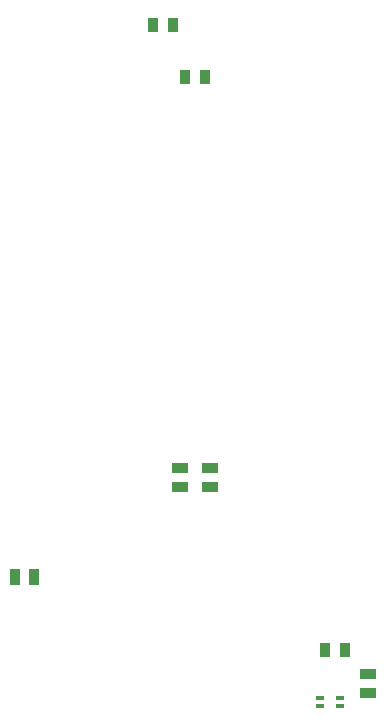
<source format=gbr>
%TF.GenerationSoftware,Altium Limited,Altium Designer,18.1.6 (161)*%
G04 Layer_Color=128*
%FSLAX26Y26*%
%MOIN*%
%TF.FileFunction,Paste,Bot*%
%TF.Part,Single*%
G01*
G75*
%TA.AperFunction,SMDPad,CuDef*%
%ADD14R,0.053150X0.037402*%
%ADD16R,0.033465X0.051181*%
%ADD19R,0.037402X0.053150*%
%ADD41R,0.029528X0.017716*%
D14*
X3020000Y2678504D02*
D03*
Y2741496D02*
D03*
X3120000Y2678504D02*
D03*
Y2741496D02*
D03*
X3645000Y2053499D02*
D03*
Y1990507D02*
D03*
D16*
X2929961Y4220000D02*
D03*
X2996890D02*
D03*
X3103465Y4045000D02*
D03*
X3036535D02*
D03*
X3501535Y2135000D02*
D03*
X3568465D02*
D03*
D19*
X2468504Y2380000D02*
D03*
X2531496D02*
D03*
D41*
X3553465Y1948268D02*
D03*
Y1975827D02*
D03*
X3486535D02*
D03*
Y1948268D02*
D03*
%TF.MD5,9858c66b99fb1fa0395a4359e3ce5577*%
M02*

</source>
